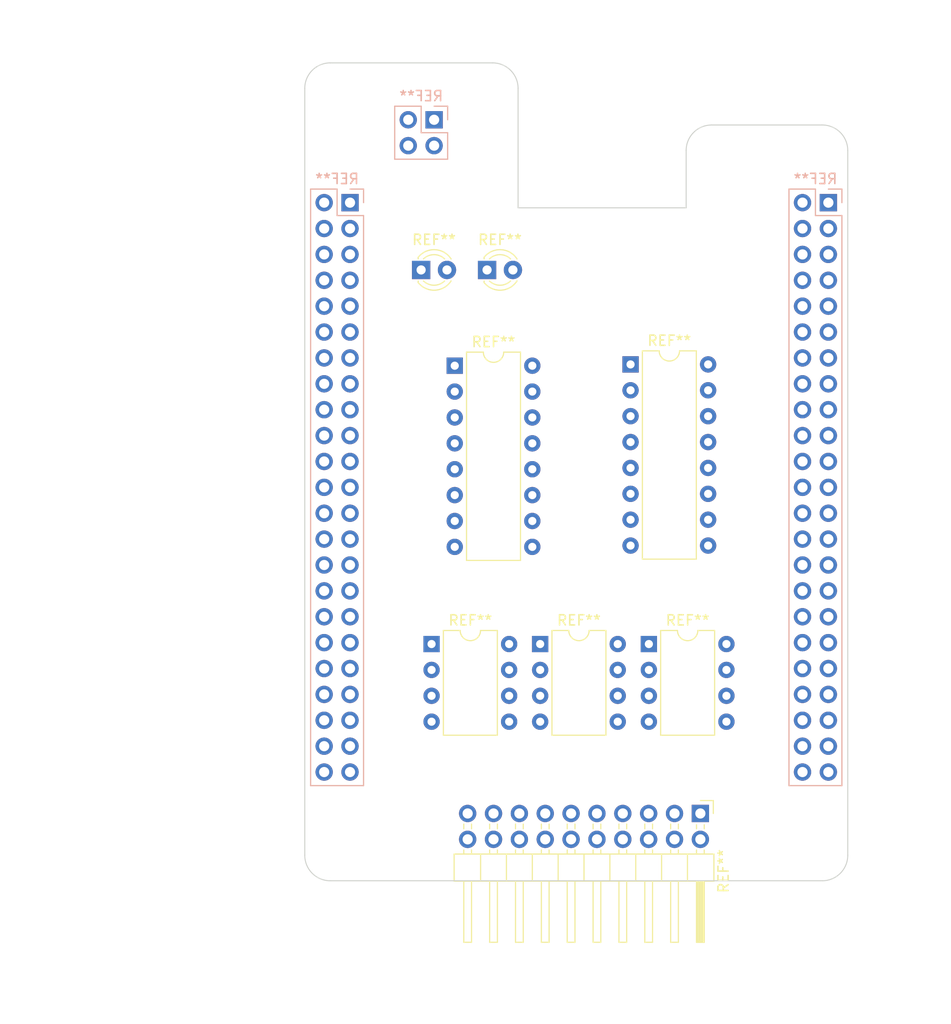
<source format=kicad_pcb>
(kicad_pcb (version 20221018) (generator pcbnew)
  (layers (0 "F.Cu" signal) (31 "B.Cu" signal) (34 "B.Paste" user) (35 "F.Paste" user) (36 "B.SilkS" user "B.Silkscreen") (37 "F.SilkS" user "F.Silkscreen") (38 "B.Mask" user) (39 "F.Mask" user) (44 "Edge.Cuts" user))
  (net 0 "")
  (footprint "Package_DIP:DIP-8_W7.62mm" (layer "F.Cu") (at 122.819 91.704)
    (fp_text reference "REF**" (at 3.81 -2.33) (layer "F.SilkS"))
    (fp_text value "DIP-8_W7.62mm")
    (fp_line (start 1.16 -1.33) (end 1.16 8.95) (stroke (width 0.12)) (layer "F.SilkS"))
    (fp_line (start 1.16 8.95) (end 6.46 8.95) (stroke (width 0.12)) (layer "F.SilkS"))
    (fp_line (start 2.81 -1.33) (end 1.16 -1.33) (stroke (width 0.12)) (layer "F.SilkS"))
    (fp_line (start 6.46 -1.33) (end 4.81 -1.33) (stroke (width 0.12)) (layer "F.SilkS"))
    (fp_line (start 6.46 8.95) (end 6.46 -1.33) (stroke (width 0.12)) (layer "F.SilkS"))
    (fp_arc (start 4.81 -1.33) (mid 3.81 -0.33) (end 2.81 -1.33) (stroke (width 0.12)) (layer "F.SilkS"))
    (pad "1" thru_hole rect (at 0 0) (size 1.6 1.6) (drill 0.8) (layers "*.Cu" "*.Mask"))
    (pad "2" thru_hole oval (at 0 2.54) (size 1.6 1.6) (drill 0.8) (layers "*.Cu" "*.Mask"))
    (pad "3" thru_hole oval (at 0 5.08) (size 1.6 1.6) (drill 0.8) (layers "*.Cu" "*.Mask"))
    (pad "4" thru_hole oval (at 0 7.62) (size 1.6 1.6) (drill 0.8) (layers "*.Cu" "*.Mask"))
    (pad "5" thru_hole oval (at 7.62 7.62) (size 1.6 1.6) (drill 0.8) (layers "*.Cu" "*.Mask"))
    (pad "6" thru_hole oval (at 7.62 5.08) (size 1.6 1.6) (drill 0.8) (layers "*.Cu" "*.Mask"))
    (pad "7" thru_hole oval (at 7.62 2.54) (size 1.6 1.6) (drill 0.8) (layers "*.Cu" "*.Mask"))
    (pad "8" thru_hole oval (at 7.62 0) (size 1.6 1.6) (drill 0.8) (layers "*.Cu" "*.Mask"))
  )
  (footprint "Package_DIP:DIP-8_W7.62mm" (layer "F.Cu") (at 112.151 91.704)
    (fp_text reference "REF**" (at 3.81 -2.33) (layer "F.SilkS"))
    (fp_text value "DIP-8_W7.62mm")
    (fp_line (start 1.16 -1.33) (end 1.16 8.95) (stroke (width 0.12)) (layer "F.SilkS"))
    (fp_line (start 1.16 8.95) (end 6.46 8.95) (stroke (width 0.12)) (layer "F.SilkS"))
    (fp_line (start 2.81 -1.33) (end 1.16 -1.33) (stroke (width 0.12)) (layer "F.SilkS"))
    (fp_line (start 6.46 -1.33) (end 4.81 -1.33) (stroke (width 0.12)) (layer "F.SilkS"))
    (fp_line (start 6.46 8.95) (end 6.46 -1.33) (stroke (width 0.12)) (layer "F.SilkS"))
    (fp_arc (start 4.81 -1.33) (mid 3.81 -0.33) (end 2.81 -1.33) (stroke (width 0.12)) (layer "F.SilkS"))
    (pad "1" thru_hole rect (at 0 0) (size 1.6 1.6) (drill 0.8) (layers "*.Cu" "*.Mask"))
    (pad "2" thru_hole oval (at 0 2.54) (size 1.6 1.6) (drill 0.8) (layers "*.Cu" "*.Mask"))
    (pad "3" thru_hole oval (at 0 5.08) (size 1.6 1.6) (drill 0.8) (layers "*.Cu" "*.Mask"))
    (pad "4" thru_hole oval (at 0 7.62) (size 1.6 1.6) (drill 0.8) (layers "*.Cu" "*.Mask"))
    (pad "5" thru_hole oval (at 7.62 7.62) (size 1.6 1.6) (drill 0.8) (layers "*.Cu" "*.Mask"))
    (pad "6" thru_hole oval (at 7.62 5.08) (size 1.6 1.6) (drill 0.8) (layers "*.Cu" "*.Mask"))
    (pad "7" thru_hole oval (at 7.62 2.54) (size 1.6 1.6) (drill 0.8) (layers "*.Cu" "*.Mask"))
    (pad "8" thru_hole oval (at 7.62 0) (size 1.6 1.6) (drill 0.8) (layers "*.Cu" "*.Mask"))
  )
  (footprint "Package_DIP:DIP-16_W7.62mm" (layer "F.Cu") (at 114.427 64.389)
    (fp_text reference "REF**" (at 3.81 -2.33) (layer "F.SilkS"))
    (fp_text value "DIP-16_W7.62mm")
    (fp_line (start 1.16 -1.33) (end 1.16 19.11) (stroke (width 0.12)) (layer "F.SilkS"))
    (fp_line (start 1.16 19.11) (end 6.46 19.11) (stroke (width 0.12)) (layer "F.SilkS"))
    (fp_line (start 2.81 -1.33) (end 1.16 -1.33) (stroke (width 0.12)) (layer "F.SilkS"))
    (fp_line (start 6.46 -1.33) (end 4.81 -1.33) (stroke (width 0.12)) (layer "F.SilkS"))
    (fp_line (start 6.46 19.11) (end 6.46 -1.33) (stroke (width 0.12)) (layer "F.SilkS"))
    (fp_arc (start 4.81 -1.33) (mid 3.81 -0.33) (end 2.81 -1.33) (stroke (width 0.12)) (layer "F.SilkS"))
    (pad "1" thru_hole rect (at 0 0) (size 1.6 1.6) (drill 0.8) (layers "*.Cu" "*.Mask"))
    (pad "2" thru_hole oval (at 0 2.54) (size 1.6 1.6) (drill 0.8) (layers "*.Cu" "*.Mask"))
    (pad "3" thru_hole oval (at 0 5.08) (size 1.6 1.6) (drill 0.8) (layers "*.Cu" "*.Mask"))
    (pad "4" thru_hole oval (at 0 7.62) (size 1.6 1.6) (drill 0.8) (layers "*.Cu" "*.Mask"))
    (pad "5" thru_hole oval (at 0 10.16) (size 1.6 1.6) (drill 0.8) (layers "*.Cu" "*.Mask"))
    (pad "6" thru_hole oval (at 0 12.7) (size 1.6 1.6) (drill 0.8) (layers "*.Cu" "*.Mask"))
    (pad "7" thru_hole oval (at 0 15.24) (size 1.6 1.6) (drill 0.8) (layers "*.Cu" "*.Mask"))
    (pad "8" thru_hole oval (at 0 17.78) (size 1.6 1.6) (drill 0.8) (layers "*.Cu" "*.Mask"))
    (pad "9" thru_hole oval (at 7.62 17.78) (size 1.6 1.6) (drill 0.8) (layers "*.Cu" "*.Mask"))
    (pad "10" thru_hole oval (at 7.62 15.24) (size 1.6 1.6) (drill 0.8) (layers "*.Cu" "*.Mask"))
    (pad "11" thru_hole oval (at 7.62 12.7) (size 1.6 1.6) (drill 0.8) (layers "*.Cu" "*.Mask"))
    (pad "12" thru_hole oval (at 7.62 10.16) (size 1.6 1.6) (drill 0.8) (layers "*.Cu" "*.Mask"))
    (pad "13" thru_hole oval (at 7.62 7.62) (size 1.6 1.6) (drill 0.8) (layers "*.Cu" "*.Mask"))
    (pad "14" thru_hole oval (at 7.62 5.08) (size 1.6 1.6) (drill 0.8) (layers "*.Cu" "*.Mask"))
    (pad "15" thru_hole oval (at 7.62 2.54) (size 1.6 1.6) (drill 0.8) (layers "*.Cu" "*.Mask"))
    (pad "16" thru_hole oval (at 7.62 0) (size 1.6 1.6) (drill 0.8) (layers "*.Cu" "*.Mask"))
  )
  (footprint "Connector_PinHeader_2.54mm:PinHeader_2x10_P2.54mm_Horizontal" (layer "F.Cu") (at 138.557 108.331 -90)
    (fp_text reference "REF**" (at 5.655 -2.27 90) (layer "F.SilkS"))
    (fp_text value "PinHeader_2x10_P2.54mm_Horizontal")
    (fp_line (start -1.27 -1.27) (end 0 -1.27) (stroke (width 0.12)) (layer "F.SilkS"))
    (fp_line (start -1.27 0) (end -1.27 -1.27) (stroke (width 0.12)) (layer "F.SilkS"))
    (fp_line (start 1.042929 2.16) (end 1.497071 2.16) (stroke (width 0.12)) (layer "F.SilkS"))
    (fp_line (start 1.042929 2.92) (end 1.497071 2.92) (stroke (width 0.12)) (layer "F.SilkS"))
    (fp_line (start 1.042929 4.7) (end 1.497071 4.7) (stroke (width 0.12)) (layer "F.SilkS"))
    (fp_line (start 1.042929 5.46) (end 1.497071 5.46) (stroke (width 0.12)) (layer "F.SilkS"))
    (fp_line (start 1.042929 7.24) (end 1.497071 7.24) (stroke (width 0.12)) (layer "F.SilkS"))
    (fp_line (start 1.042929 8) (end 1.497071 8) (stroke (width 0.12)) (layer "F.SilkS"))
    (fp_line (start 1.042929 9.78) (end 1.497071 9.78) (stroke (width 0.12)) (layer "F.SilkS"))
    (fp_line (start 1.042929 10.54) (end 1.497071 10.54) (stroke (width 0.12)) (layer "F.SilkS"))
    (fp_line (start 1.042929 12.32) (end 1.497071 12.32) (stroke (width 0.12)) (layer "F.SilkS"))
    (fp_line (start 1.042929 13.08) (end 1.497071 13.08) (stroke (width 0.12)) (layer "F.SilkS"))
    (fp_line (start 1.042929 14.86) (end 1.497071 14.86) (stroke (width 0.12)) (layer "F.SilkS"))
    (fp_line (start 1.042929 15.62) (end 1.497071 15.62) (stroke (width 0.12)) (layer "F.SilkS"))
    (fp_line (start 1.042929 17.4) (end 1.497071 17.4) (stroke (width 0.12)) (layer "F.SilkS"))
    (fp_line (start 1.042929 18.16) (end 1.497071 18.16) (stroke (width 0.12)) (layer "F.SilkS"))
    (fp_line (start 1.042929 19.94) (end 1.497071 19.94) (stroke (width 0.12)) (layer "F.SilkS"))
    (fp_line (start 1.042929 20.7) (end 1.497071 20.7) (stroke (width 0.12)) (layer "F.SilkS"))
    (fp_line (start 1.042929 22.48) (end 1.497071 22.48) (stroke (width 0.12)) (layer "F.SilkS"))
    (fp_line (start 1.042929 23.24) (end 1.497071 23.24) (stroke (width 0.12)) (layer "F.SilkS"))
    (fp_line (start 1.11 -0.38) (end 1.497071 -0.38) (stroke (width 0.12)) (layer "F.SilkS"))
    (fp_line (start 1.11 0.38) (end 1.497071 0.38) (stroke (width 0.12)) (layer "F.SilkS"))
    (fp_line (start 3.582929 -0.38) (end 3.98 -0.38) (stroke (width 0.12)) (layer "F.SilkS"))
    (fp_line (start 3.582929 0.38) (end 3.98 0.38) (stroke (width 0.12)) (layer "F.SilkS"))
    (fp_line (start 3.582929 2.16) (end 3.98 2.16) (stroke (width 0.12)) (layer "F.SilkS"))
    (fp_line (start 3.582929 2.92) (end 3.98 2.92) (stroke (width 0.12)) (layer "F.SilkS"))
    (fp_line (start 3.582929 4.7) (end 3.98 4.7) (stroke (width 0.12)) (layer "F.SilkS"))
    (fp_line (start 3.582929 5.46) (end 3.98 5.46) (stroke (width 0.12)) (layer "F.SilkS"))
    (fp_line (start 3.582929 7.24) (end 3.98 7.24) (stroke (width 0.12)) (layer "F.SilkS"))
    (fp_line (start 3.582929 8) (end 3.98 8) (stroke (width 0.12)) (layer "F.SilkS"))
    (fp_line (start 3.582929 9.78) (end 3.98 9.78) (stroke (width 0.12)) (layer "F.SilkS"))
    (fp_line (start 3.582929 10.54) (end 3.98 10.54) (stroke (width 0.12)) (layer "F.SilkS"))
    (fp_line (start 3.582929 12.32) (end 3.98 12.32) (stroke (width 0.12)) (layer "F.SilkS"))
    (fp_line (start 3.582929 13.08) (end 3.98 13.08) (stroke (width 0.12)) (layer "F.SilkS"))
    (fp_line (start 3.582929 14.86) (end 3.98 14.86) (stroke (width 0.12)) (layer "F.SilkS"))
    (fp_line (start 3.582929 15.62) (end 3.98 15.62) (stroke (width 0.12)) (layer "F.SilkS"))
    (fp_line (start 3.582929 17.4) (end 3.98 17.4) (stroke (width 0.12)) (layer "F.SilkS"))
    (fp_line (start 3.582929 18.16) (end 3.98 18.16) (stroke (width 0.12)) (layer "F.SilkS"))
    (fp_line (start 3.582929 19.94) (end 3.98 19.94) (stroke (width 0.12)) (layer "F.SilkS"))
    (fp_line (start 3.582929 20.7) (end 3.98 20.7) (stroke (width 0.12)) (layer "F.SilkS"))
    (fp_line (start 3.582929 22.48) (end 3.98 22.48) (stroke (width 0.12)) (layer "F.SilkS"))
    (fp_line (start 3.582929 23.24) (end 3.98 23.24) (stroke (width 0.12)) (layer "F.SilkS"))
    (fp_line (start 3.98 -1.33) (end 3.98 24.19) (stroke (width 0.12)) (layer "F.SilkS"))
    (fp_line (start 3.98 1.27) (end 6.64 1.27) (stroke (width 0.12)) (layer "F.SilkS"))
    (fp_line (start 3.98 3.81) (end 6.64 3.81) (stroke (width 0.12)) (layer "F.SilkS"))
    (fp_line (start 3.98 6.35) (end 6.64 6.35) (stroke (width 0.12)) (layer "F.SilkS"))
    (fp_line (start 3.98 8.89) (end 6.64 8.89) (stroke (width 0.12)) (layer "F.SilkS"))
    (fp_line (start 3.98 11.43) (end 6.64 11.43) (stroke (width 0.12)) (layer "F.SilkS"))
    (fp_line (start 3.98 13.97) (end 6.64 13.97) (stroke (width 0.12)) (layer "F.SilkS"))
    (fp_line (start 3.98 16.51) (end 6.64 16.51) (stroke (width 0.12)) (layer "F.SilkS"))
    (fp_line (start 3.98 19.05) (end 6.64 19.05) (stroke (width 0.12)) (layer "F.SilkS"))
    (fp_line (start 3.98 21.59) (end 6.64 21.59) (stroke (width 0.12)) (layer "F.SilkS"))
    (fp_line (start 3.98 24.19) (end 6.64 24.19) (stroke (width 0.12)) (layer "F.SilkS"))
    (fp_line (start 6.64 -1.33) (end 3.98 -1.33) (stroke (width 0.12)) (layer "F.SilkS"))
    (fp_line (start 6.64 -0.38) (end 12.64 -0.38) (stroke (width 0.12)) (layer "F.SilkS"))
    (fp_line (start 6.64 -0.32) (end 12.64 -0.32) (stroke (width 0.12)) (layer "F.SilkS"))
    (fp_line (start 6.64 -0.2) (end 12.64 -0.2) (stroke (width 0.12)) (layer "F.SilkS"))
    (fp_line (start 6.64 -0.08) (end 12.64 -0.08) (stroke (width 0.12)) (layer "F.SilkS"))
    (fp_line (start 6.64 0.04) (end 12.64 0.04) (stroke (width 0.12)) (layer "F.SilkS"))
    (fp_line (start 6.64 0.16) (end 12.64 0.16) (stroke (width 0.12)) (layer "F.SilkS"))
    (fp_line (start 6.64 0.28) (end 12.64 0.28) (stroke (width 0.12)) (layer "F.SilkS"))
    (fp_line (start 6.64 2.16) (end 12.64 2.16) (stroke (width 0.12)) (layer "F.SilkS"))
    (fp_line (start 6.64 4.7) (end 12.64 4.7) (stroke (width 0.12)) (layer "F.SilkS"))
    (fp_line (start 6.64 7.24) (end 12.64 7.24) (stroke (width 0.12)) (layer "F.SilkS"))
    (fp_line (start 6.64 9.78) (end 12.64 9.78) (stroke (width 0.12)) (layer "F.SilkS"))
    (fp_line (start 6.64 12.32) (end 12.64 12.32) (stroke (width 0.12)) (layer "F.SilkS"))
    (fp_line (start 6.64 14.86) (end 12.64 14.86) (stroke (width 0.12)) (layer "F.SilkS"))
    (fp_line (start 6.64 17.4) (end 12.64 17.4) (stroke (width 0.12)) (layer "F.SilkS"))
    (fp_line (start 6.64 19.94) (end 12.64 19.94) (stroke (width 0.12)) (layer "F.SilkS"))
    (fp_line (start 6.64 22.48) (end 12.64 22.48) (stroke (width 0.12)) (layer "F.SilkS"))
    (fp_line (start 6.64 24.19) (end 6.64 -1.33) (stroke (width 0.12)) (layer "F.SilkS"))
    (fp_line (start 12.64 -0.38) (end 12.64 0.38) (stroke (width 0.12)) (layer "F.SilkS"))
    (fp_line (start 12.64 0.38) (end 6.64 0.38) (stroke (width 0.12)) (layer "F.SilkS"))
    (fp_line (start 12.64 2.16) (end 12.64 2.92) (stroke (width 0.12)) (layer "F.SilkS"))
    (fp_line (start 12.64 2.92) (end 6.64 2.92) (stroke (width 0.12)) (layer "F.SilkS"))
    (fp_line (start 12.64 4.7) (end 12.64 5.46) (stroke (width 0.12)) (layer "F.SilkS"))
    (fp_line (start 12.64 5.46) (end 6.64 5.46) (stroke (width 0.12)) (layer "F.SilkS"))
    (fp_line (start 12.64 7.24) (end 12.64 8) (stroke (width 0.12)) (layer "F.SilkS"))
    (fp_line (start 12.64 8) (end 6.64 8) (stroke (width 0.12)) (layer "F.SilkS"))
    (fp_line (start 12.64 9.78) (end 12.64 10.54) (stroke (width 0.12)) (layer "F.SilkS"))
    (fp_line (start 12.64 10.54) (end 6.64 10.54) (stroke (width 0.12)) (layer "F.SilkS"))
    (fp_line (start 12.64 12.32) (end 12.64 13.08) (stroke (width 0.12)) (layer "F.SilkS"))
    (fp_line (start 12.64 13.08) (end 6.64 13.08) (stroke (width 0.12)) (layer "F.SilkS"))
    (fp_line (start 12.64 14.86) (end 12.64 15.62) (stroke (width 0.12)) (layer "F.SilkS"))
    (fp_line (start 12.64 15.62) (end 6.64 15.62) (stroke (width 0.12)) (layer "F.SilkS"))
    (fp_line (start 12.64 17.4) (end 12.64 18.16) (stroke (width 0.12)) (layer "F.SilkS"))
    (fp_line (start 12.64 18.16) (end 6.64 18.16) (stroke (width 0.12)) (layer "F.SilkS"))
    (fp_line (start 12.64 19.94) (end 12.64 20.7) (stroke (width 0.12)) (layer "F.SilkS"))
    (fp_line (start 12.64 20.7) (end 6.64 20.7) (stroke (width 0.12)) (layer "F.SilkS"))
    (fp_line (start 12.64 22.48) (end 12.64 23.24) (stroke (width 0.12)) (layer "F.SilkS"))
    (fp_line (start 12.64 23.24) (end 6.64 23.24) (stroke (width 0.12)) (layer "F.SilkS"))
    (pad "1" thru_hole rect (at 0 0 270) (size 1.7 1.7) (drill 1) (layers "*.Cu" "*.Mask"))
    (pad "2" thru_hole oval (at 2.54 0 270) (size 1.7 1.7) (drill 1) (layers "*.Cu" "*.Mask"))
    (pad "3" thru_hole oval (at 0 2.54 270) (size 1.7 1.7) (drill 1) (layers "*.Cu" "*.Mask"))
    (pad "4" thru_hole oval (at 2.54 2.54 270) (size 1.7 1.7) (drill 1) (layers "*.Cu" "*.Mask"))
    (pad "5" thru_hole oval (at 0 5.08 270) (size 1.7 1.7) (drill 1) (layers "*.Cu" "*.Mask"))
    (pad "6" thru_hole oval (at 2.54 5.08 270) (size 1.7 1.7) (drill 1) (layers "*.Cu" "*.Mask"))
    (pad "7" thru_hole oval (at 0 7.62 270) (size 1.7 1.7) (drill 1) (layers "*.Cu" "*.Mask"))
    (pad "8" thru_hole oval (at 2.54 7.62 270) (size 1.7 1.7) (drill 1) (layers "*.Cu" "*.Mask"))
    (pad "9" thru_hole oval (at 0 10.16 270) (size 1.7 1.7) (drill 1) (layers "*.Cu" "*.Mask"))
    (pad "10" thru_hole oval (at 2.54 10.16 270) (size 1.7 1.7) (drill 1) (layers "*.Cu" "*.Mask"))
    (pad "11" thru_hole oval (at 0 12.7 270) (size 1.7 1.7) (drill 1) (layers "*.Cu" "*.Mask"))
    (pad "12" thru_hole oval (at 2.54 12.7 270) (size 1.7 1.7) (drill 1) (layers "*.Cu" "*.Mask"))
    (pad "13" thru_hole oval (at 0 15.24 270) (size 1.7 1.7) (drill 1) (layers "*.Cu" "*.Mask"))
    (pad "14" thru_hole oval (at 2.54 15.24 270) (size 1.7 1.7) (drill 1) (layers "*.Cu" "*.Mask"))
    (pad "15" thru_hole oval (at 0 17.78 270) (size 1.7 1.7) (drill 1) (layers "*.Cu" "*.Mask"))
    (pad "16" thru_hole oval (at 2.54 17.78 270) (size 1.7 1.7) (drill 1) (layers "*.Cu" "*.Mask"))
    (pad "17" thru_hole oval (at 0 20.32 270) (size 1.7 1.7) (drill 1) (layers "*.Cu" "*.Mask"))
    (pad "18" thru_hole oval (at 2.54 20.32 270) (size 1.7 1.7) (drill 1) (layers "*.Cu" "*.Mask"))
    (pad "19" thru_hole oval (at 0 22.86 270) (size 1.7 1.7) (drill 1) (layers "*.Cu" "*.Mask"))
    (pad "20" thru_hole oval (at 2.54 22.86 270) (size 1.7 1.7) (drill 1) (layers "*.Cu" "*.Mask"))
  )
  (footprint "Package_DIP:DIP-8_W7.62mm" (layer "F.Cu") (at 133.497 91.704)
    (fp_text reference "REF**" (at 3.81 -2.33) (layer "F.SilkS"))
    (fp_text value "DIP-8_W7.62mm")
    (fp_line (start 1.16 -1.33) (end 1.16 8.95) (stroke (width 0.12)) (layer "F.SilkS"))
    (fp_line (start 1.16 8.95) (end 6.46 8.95) (stroke (width 0.12)) (layer "F.SilkS"))
    (fp_line (start 2.81 -1.33) (end 1.16 -1.33) (stroke (width 0.12)) (layer "F.SilkS"))
    (fp_line (start 6.46 -1.33) (end 4.81 -1.33) (stroke (width 0.12)) (layer "F.SilkS"))
    (fp_line (start 6.46 8.95) (end 6.46 -1.33) (stroke (width 0.12)) (layer "F.SilkS"))
    (fp_arc (start 4.81 -1.33) (mid 3.81 -0.33) (end 2.81 -1.33) (stroke (width 0.12)) (layer "F.SilkS"))
    (pad "1" thru_hole rect (at 0 0) (size 1.6 1.6) (drill 0.8) (layers "*.Cu" "*.Mask"))
    (pad "2" thru_hole oval (at 0 2.54) (size 1.6 1.6) (drill 0.8) (layers "*.Cu" "*.Mask"))
    (pad "3" thru_hole oval (at 0 5.08) (size 1.6 1.6) (drill 0.8) (layers "*.Cu" "*.Mask"))
    (pad "4" thru_hole oval (at 0 7.62) (size 1.6 1.6) (drill 0.8) (layers "*.Cu" "*.Mask"))
    (pad "5" thru_hole oval (at 7.62 7.62) (size 1.6 1.6) (drill 0.8) (layers "*.Cu" "*.Mask"))
    (pad "6" thru_hole oval (at 7.62 5.08) (size 1.6 1.6) (drill 0.8) (layers "*.Cu" "*.Mask"))
    (pad "7" thru_hole oval (at 7.62 2.54) (size 1.6 1.6) (drill 0.8) (layers "*.Cu" "*.Mask"))
    (pad "8" thru_hole oval (at 7.62 0) (size 1.6 1.6) (drill 0.8) (layers "*.Cu" "*.Mask"))
  )
  (footprint "LED_THT:LED_D3.0mm_Clear" (layer "F.Cu") (at 117.602 54.991)
    (fp_text reference "REF**" (at 1.27 -2.96) (layer "F.SilkS"))
    (fp_text value "LED_D3.0mm_Clear")
    (fp_line (start -0.29 -1.236) (end -0.29 -1.08) (stroke (width 0.12)) (layer "F.SilkS"))
    (fp_line (start -0.29 1.08) (end -0.29 1.236) (stroke (width 0.12)) (layer "F.SilkS"))
    (fp_arc (start -0.29 -1.235516) (mid 1.366487 -1.987659) (end 2.942335 -1.078608) (stroke (width 0.12)) (layer "F.SilkS"))
    (fp_arc (start 0.229039 -1.08) (mid 1.270117 -1.5) (end 2.31113 -1.079837) (stroke (width 0.12)) (layer "F.SilkS"))
    (fp_arc (start 2.31113 1.079837) (mid 1.270117 1.5) (end 0.229039 1.08) (stroke (width 0.12)) (layer "F.SilkS"))
    (fp_arc (start 2.942335 1.078608) (mid 1.366487 1.987659) (end -0.29 1.235516) (stroke (width 0.12)) (layer "F.SilkS"))
    (pad "1" thru_hole rect (at 0 0) (size 1.8 1.8) (drill 0.9) (layers "*.Cu" "*.Mask"))
    (pad "2" thru_hole circle (at 2.54 0) (size 1.8 1.8) (drill 0.9) (layers "*.Cu" "*.Mask"))
  )
  (footprint "LED_THT:LED_D3.0mm_Clear" (layer "F.Cu") (at 111.125 54.991)
    (fp_text reference "REF**" (at 1.27 -2.96) (layer "F.SilkS"))
    (fp_text value "LED_D3.0mm_Clear")
    (fp_line (start -0.29 -1.236) (end -0.29 -1.08) (stroke (width 0.12)) (layer "F.SilkS"))
    (fp_line (start -0.29 1.08) (end -0.29 1.236) (stroke (width 0.12)) (layer "F.SilkS"))
    (fp_arc (start -0.29 -1.235516) (mid 1.366487 -1.987659) (end 2.942335 -1.078608) (stroke (width 0.12)) (layer "F.SilkS"))
    (fp_arc (start 0.229039 -1.08) (mid 1.270117 -1.5) (end 2.31113 -1.079837) (stroke (width 0.12)) (layer "F.SilkS"))
    (fp_arc (start 2.31113 1.079837) (mid 1.270117 1.5) (end 0.229039 1.08) (stroke (width 0.12)) (layer "F.SilkS"))
    (fp_arc (start 2.942335 1.078608) (mid 1.366487 1.987659) (end -0.29 1.235516) (stroke (width 0.12)) (layer "F.SilkS"))
    (pad "1" thru_hole rect (at 0 0) (size 1.8 1.8) (drill 0.9) (layers "*.Cu" "*.Mask"))
    (pad "2" thru_hole circle (at 2.54 0) (size 1.8 1.8) (drill 0.9) (layers "*.Cu" "*.Mask"))
  )
  (footprint "Package_DIP:DIP-16_W7.62mm" (layer "F.Cu") (at 131.699 64.262)
    (fp_text reference "REF**" (at 3.81 -2.33) (layer "F.SilkS"))
    (fp_text value "DIP-16_W7.62mm")
    (fp_line (start 1.16 -1.33) (end 1.16 19.11) (stroke (width 0.12)) (layer "F.SilkS"))
    (fp_line (start 1.16 19.11) (end 6.46 19.11) (stroke (width 0.12)) (layer "F.SilkS"))
    (fp_line (start 2.81 -1.33) (end 1.16 -1.33) (stroke (width 0.12)) (layer "F.SilkS"))
    (fp_line (start 6.46 -1.33) (end 4.81 -1.33) (stroke (width 0.12)) (layer "F.SilkS"))
    (fp_line (start 6.46 19.11) (end 6.46 -1.33) (stroke (width 0.12)) (layer "F.SilkS"))
    (fp_arc (start 4.81 -1.33) (mid 3.81 -0.33) (end 2.81 -1.33) (stroke (width 0.12)) (layer "F.SilkS"))
    (pad "1" thru_hole rect (at 0 0) (size 1.6 1.6) (drill 0.8) (layers "*.Cu" "*.Mask"))
    (pad "2" thru_hole oval (at 0 2.54) (size 1.6 1.6) (drill 0.8) (layers "*.Cu" "*.Mask"))
    (pad "3" thru_hole oval (at 0 5.08) (size 1.6 1.6) (drill 0.8) (layers "*.Cu" "*.Mask"))
    (pad "4" thru_hole oval (at 0 7.62) (size 1.6 1.6) (drill 0.8) (layers "*.Cu" "*.Mask"))
    (pad "5" thru_hole oval (at 0 10.16) (size 1.6 1.6) (drill 0.8) (layers "*.Cu" "*.Mask"))
    (pad "6" thru_hole oval (at 0 12.7) (size 1.6 1.6) (drill 0.8) (layers "*.Cu" "*.Mask"))
    (pad "7" thru_hole oval (at 0 15.24) (size 1.6 1.6) (drill 0.8) (layers "*.Cu" "*.Mask"))
    (pad "8" thru_hole oval (at 0 17.78) (size 1.6 1.6) (drill 0.8) (layers "*.Cu" "*.Mask"))
    (pad "9" thru_hole oval (at 7.62 17.78) (size 1.6 1.6) (drill 0.8) (layers "*.Cu" "*.Mask"))
    (pad "10" thru_hole oval (at 7.62 15.24) (size 1.6 1.6) (drill 0.8) (layers "*.Cu" "*.Mask"))
    (pad "11" thru_hole oval (at 7.62 12.7) (size 1.6 1.6) (drill 0.8) (layers "*.Cu" "*.Mask"))
    (pad "12" thru_hole oval (at 7.62 10.16) (size 1.6 1.6) (drill 0.8) (layers "*.Cu" "*.Mask"))
    (pad "13" thru_hole oval (at 7.62 7.62) (size 1.6 1.6) (drill 0.8) (layers "*.Cu" "*.Mask"))
    (pad "14" thru_hole oval (at 7.62 5.08) (size 1.6 1.6) (drill 0.8) (layers "*.Cu" "*.Mask"))
    (pad "15" thru_hole oval (at 7.62 2.54) (size 1.6 1.6) (drill 0.8) (layers "*.Cu" "*.Mask"))
    (pad "16" thru_hole oval (at 7.62 0) (size 1.6 1.6) (drill 0.8) (layers "*.Cu" "*.Mask"))
  )
  (footprint "Connector_PinHeader_2.54mm:PinHeader_2x02_P2.54mm_Vertical" (layer "B.Cu") (at 112.4 40.254 180)
    (fp_text reference "REF**" (at 1.27 2.33) (layer "B.SilkS") (effects (justify mirror)))
    (fp_text value "PinHeader_2x02_P2.54mm_Vertical")
    (fp_line (start -1.33 -3.87) (end 3.87 -3.87) (stroke (width 0.12)) (layer "B.SilkS"))
    (fp_line (start -1.33 -1.27) (end -1.33 -3.87) (stroke (width 0.12)) (layer "B.SilkS"))
    (fp_line (start -1.33 -1.27) (end 1.27 -1.27) (stroke (width 0.12)) (layer "B.SilkS"))
    (fp_line (start -1.33 0) (end -1.33 1.33) (stroke (width 0.12)) (layer "B.SilkS"))
    (fp_line (start -1.33 1.33) (end 0 1.33) (stroke (width 0.12)) (layer "B.SilkS"))
    (fp_line (start 1.27 -1.27) (end 1.27 1.33) (stroke (width 0.12)) (layer "B.SilkS"))
    (fp_line (start 1.27 1.33) (end 3.87 1.33) (stroke (width 0.12)) (layer "B.SilkS"))
    (fp_line (start 3.87 1.33) (end 3.87 -3.87) (stroke (width 0.12)) (layer "B.SilkS"))
    (pad "1" thru_hole rect (at 0 0 180) (size 1.7 1.7) (drill 1) (layers "*.Cu" "*.Mask"))
    (pad "2" thru_hole oval (at 2.54 0 180) (size 1.7 1.7) (drill 1) (layers "*.Cu" "*.Mask"))
    (pad "3" thru_hole oval (at 0 -2.54 180) (size 1.7 1.7) (drill 1) (layers "*.Cu" "*.Mask"))
    (pad "4" thru_hole oval (at 2.54 -2.54 180) (size 1.7 1.7) (drill 1) (layers "*.Cu" "*.Mask"))
  )
  (footprint "Connector_PinHeader_2.54mm:PinHeader_2x23_P2.54mm_Vertical" (layer "B.Cu") (at 104.14 48.387 180)
    (fp_text reference "REF**" (at 1.27 2.33) (layer "B.SilkS") (effects (justify mirror)))
    (fp_text value "PinHeader_2x23_P2.54mm_Vertical")
    (fp_line (start -1.33 -57.21) (end 3.87 -57.21) (stroke (width 0.12)) (layer "B.SilkS"))
    (fp_line (start -1.33 -1.27) (end -1.33 -57.21) (stroke (width 0.12)) (layer "B.SilkS"))
    (fp_line (start -1.33 -1.27) (end 1.27 -1.27) (stroke (width 0.12)) (layer "B.SilkS"))
    (fp_line (start -1.33 0) (end -1.33 1.33) (stroke (width 0.12)) (layer "B.SilkS"))
    (fp_line (start -1.33 1.33) (end 0 1.33) (stroke (width 0.12)) (layer "B.SilkS"))
    (fp_line (start 1.27 -1.27) (end 1.27 1.33) (stroke (width 0.12)) (layer "B.SilkS"))
    (fp_line (start 1.27 1.33) (end 3.87 1.33) (stroke (width 0.12)) (layer "B.SilkS"))
    (fp_line (start 3.87 1.33) (end 3.87 -57.21) (stroke (width 0.12)) (layer "B.SilkS"))
    (pad "1" thru_hole rect (at 0 0 180) (size 1.7 1.7) (drill 1) (layers "*.Cu" "*.Mask"))
    (pad "2" thru_hole oval (at 2.54 0 180) (size 1.7 1.7) (drill 1) (layers "*.Cu" "*.Mask"))
    (pad "3" thru_hole oval (at 0 -2.54 180) (size 1.7 1.7) (drill 1) (layers "*.Cu" "*.Mask"))
    (pad "4" thru_hole oval (at 2.54 -2.54 180) (size 1.7 1.7) (drill 1) (layers "*.Cu" "*.Mask"))
    (pad "5" thru_hole oval (at 0 -5.08 180) (size 1.7 1.7) (drill 1) (layers "*.Cu" "*.Mask"))
    (pad "6" thru_hole oval (at 2.54 -5.08 180) (size 1.7 1.7) (drill 1) (layers "*.Cu" "*.Mask"))
    (pad "7" thru_hole oval (at 0 -7.62 180) (size 1.7 1.7) (drill 1) (layers "*.Cu" "*.Mask"))
    (pad "8" thru_hole oval (at 2.54 -7.62 180) (size 1.7 1.7) (drill 1) (layers "*.Cu" "*.Mask"))
    (pad "9" thru_hole oval (at 0 -10.16 180) (size 1.7 1.7) (drill 1) (layers "*.Cu" "*.Mask"))
    (pad "10" thru_hole oval (at 2.54 -10.16 180) (size 1.7 1.7) (drill 1) (layers "*.Cu" "*.Mask"))
    (pad "11" thru_hole oval (at 0 -12.7 180) (size 1.7 1.7) (drill 1) (layers "*.Cu" "*.Mask"))
    (pad "12" thru_hole oval (at 2.54 -12.7 180) (size 1.7 1.7) (drill 1) (layers "*.Cu" "*.Mask"))
    (pad "13" thru_hole oval (at 0 -15.24 180) (size 1.7 1.7) (drill 1) (layers "*.Cu" "*.Mask"))
    (pad "14" thru_hole oval (at 2.54 -15.24 180) (size 1.7 1.7) (drill 1) (layers "*.Cu" "*.Mask"))
    (pad "15" thru_hole oval (at 0 -17.78 180) (size 1.7 1.7) (drill 1) (layers "*.Cu" "*.Mask"))
    (pad "16" thru_hole oval (at 2.54 -17.78 180) (size 1.7 1.7) (drill 1) (layers "*.Cu" "*.Mask"))
    (pad "17" thru_hole oval (at 0 -20.32 180) (size 1.7 1.7) (drill 1) (layers "*.Cu" "*.Mask"))
    (pad "18" thru_hole oval (at 2.54 -20.32 180) (size 1.7 1.7) (drill 1) (layers "*.Cu" "*.Mask"))
    (pad "19" thru_hole oval (at 0 -22.86 180) (size 1.7 1.7) (drill 1) (layers "*.Cu" "*.Mask"))
    (pad "20" thru_hole oval (at 2.54 -22.86 180) (size 1.7 1.7) (drill 1) (layers "*.Cu" "*.Mask"))
    (pad "21" thru_hole oval (at 0 -25.4 180) (size 1.7 1.7) (drill 1) (layers "*.Cu" "*.Mask"))
    (pad "22" thru_hole oval (at 2.54 -25.4 180) (size 1.7 1.7) (drill 1) (layers "*.Cu" "*.Mask"))
    (pad "23" thru_hole oval (at 0 -27.94 180) (size 1.7 1.7) (drill 1) (layers "*.Cu" "*.Mask"))
    (pad "24" thru_hole oval (at 2.54 -27.94 180) (size 1.7 1.7) (drill 1) (layers "*.Cu" "*.Mask"))
    (pad "25" thru_hole oval (at 0 -30.48 180) (size 1.7 1.7) (drill 1) (layers "*.Cu" "*.Mask"))
    (pad "26" thru_hole oval (at 2.54 -30.48 180) (size 1.7 1.7) (drill 1) (layers "*.Cu" "*.Mask"))
    (pad "27" thru_hole oval (at 0 -33.02 180) (size 1.7 1.7) (drill 1) (layers "*.Cu" "*.Mask"))
    (pad "28" thru_hole oval (at 2.54 -33.02 180) (size 1.7 1.7) (drill 1) (layers "*.Cu" "*.Mask"))
    (pad "29" thru_hole oval (at 0 -35.56 180) (size 1.7 1.7) (drill 1) (layers "*.Cu" "*.Mask"))
    (pad "30" thru_hole oval (at 2.54 -35.56 180) (size 1.7 1.7) (drill 1) (layers "*.Cu" "*.Mask"))
    (pad "31" thru_hole oval (at 0 -38.1 180) (size 1.7 1.7) (drill 1) (layers "*.Cu" "*.Mask"))
    (pad "32" thru_hole oval (at 2.54 -38.1 180) (size 1.7 1.7) (drill 1) (layers "*.Cu" "*.Mask"))
    (pad "33" thru_hole oval (at 0 -40.64 180) (size 1.7 1.7) (drill 1) (layers "*.Cu" "*.Mask"))
    (pad "34" thru_hole oval (at 2.54 -40.64 180) (size 1.7 1.7) (drill 1) (layers "*.Cu" "*.Mask"))
    (pad "35" thru_hole oval (at 0 -43.18 180) (size 1.7 1.7) (drill 1) (layers "*.Cu" "*.Mask"))
    (pad "36" thru_hole oval (at 2.54 -43.18 180) (size 1.7 1.7) (drill 1) (layers "*.Cu" "*.Mask"))
    (pad "37" thru_hole oval (at 0 -45.72 180) (size 1.7 1.7) (drill 1) (layers "*.Cu" "*.Mask"))
    (pad "38" thru_hole oval (at 2.54 -45.72 180) (size 1.7 1.7) (drill 1) (layers "*.Cu" "*.Mask"))
    (pad "39" thru_hole oval (at 0 -48.26 180) (size 1.7 1.7) (drill 1) (layers "*.Cu" "*.Mask"))
    (pad "40" thru_hole oval (at 2.54 -48.26 180) (size 1.7 1.7) (drill 1) (layers "*.Cu" "*.Mask"))
    (pad "41" thru_hole oval (at 0 -50.8 180) (size 1.7 1.7) (drill 1) (layers "*.Cu" "*.Mask"))
    (pad "42" thru_hole oval (at 2.54 -50.8 180) (size 1.7 1.7) (drill 1) (layers "*.Cu" "*.Mask"))
    (pad "43" thru_hole oval (at 0 -53.34 180) (size 1.7 1.7) (drill 1) (layers "*.Cu" "*.Mask"))
    (pad "44" thru_hole oval (at 2.54 -53.34 180) (size 1.7 1.7) (drill 1) (layers "*.Cu" "*.Mask"))
    (pad "45" thru_hole oval (at 0 -55.88 180) (size 1.7 1.7) (drill 1) (layers "*.Cu" "*.Mask"))
    (pad "46" thru_hole oval (at 2.54 -55.88 180) (size 1.7 1.7) (drill 1) (layers "*.Cu" "*.Mask"))
  )
  (footprint "Connector_PinHeader_2.54mm:PinHeader_2x23_P2.54mm_Vertical" (layer "B.Cu") (at 151.13 48.387 180)
    (fp_text reference "REF**" (at 1.27 2.33) (layer "B.SilkS") (effects (justify mirror)))
    (fp_text value "PinHeader_2x23_P2.54mm_Vertical")
    (fp_line (start -1.33 -57.21) (end 3.87 -57.21) (stroke (width 0.12)) (layer "B.SilkS"))
    (fp_line (start -1.33 -1.27) (end -1.33 -57.21) (stroke (width 0.12)) (layer "B.SilkS"))
    (fp_line (start -1.33 -1.27) (end 1.27 -1.27) (stroke (width 0.12)) (layer "B.SilkS"))
    (fp_line (start -1.33 0) (end -1.33 1.33) (stroke (width 0.12)) (layer "B.SilkS"))
    (fp_line (start -1.33 1.33) (end 0 1.33) (stroke (width 0.12)) (layer "B.SilkS"))
    (fp_line (start 1.27 -1.27) (end 1.27 1.33) (stroke (width 0.12)) (layer "B.SilkS"))
    (fp_line (start 1.27 1.33) (end 3.87 1.33) (stroke (width 0.12)) (layer "B.SilkS"))
    (fp_line (start 3.87 1.33) (end 3.87 -57.21) (stroke (width 0.12)) (layer "B.SilkS"))
    (pad "1" thru_hole rect (at 0 0 180) (size 1.7 1.7) (drill 1) (layers "*.Cu" "*.Mask"))
    (pad "2" thru_hole oval (at 2.54 0 180) (size 1.7 1.7) (drill 1) (layers "*.Cu" "*.Mask"))
    (pad "3" thru_hole oval (at 0 -2.54 180) (size 1.7 1.7) (drill 1) (layers "*.Cu" "*.Mask"))
    (pad "4" thru_hole oval (at 2.54 -2.54 180) (size 1.7 1.7) (drill 1) (layers "*.Cu" "*.Mask"))
    (pad "5" thru_hole oval (at 0 -5.08 180) (size 1.7 1.7) (drill 1) (layers "*.Cu" "*.Mask"))
    (pad "6" thru_hole oval (at 2.54 -5.08 180) (size 1.7 1.7) (drill 1) (layers "*.Cu" "*.Mask"))
    (pad "7" thru_hole oval (at 0 -7.62 180) (size 1.7 1.7) (drill 1) (layers "*.Cu" "*.Mask"))
    (pad "8" thru_hole oval (at 2.54 -7.62 180) (size 1.7 1.7) (drill 1) (layers "*.Cu" "*.Mask"))
    (pad "9" thru_hole oval (at 0 -10.16 180) (size 1.7 1.7) (drill 1) (layers "*.Cu" "*.Mask"))
    (pad "10" thru_hole oval (at 2.54 -10.16 180) (size 1.7 1.7) (drill 1) (layers "*.Cu" "*.Mask"))
    (pad "11" thru_hole oval (at 0 -12.7 180) (size 1.7 1.7) (drill 1) (layers "*.Cu" "*.Mask"))
    (pad "12" thru_hole oval (at 2.54 -12.7 180) (size 1.7 1.7) (drill 1) (layers "*.Cu" "*.Mask"))
    (pad "13" thru_hole oval (at 0 -15.24 180) (size 1.7 1.7) (drill 1) (layers "*.Cu" "*.Mask"))
    (pad "14" thru_hole oval (at 2.54 -15.24 180) (size 1.7 1.7) (drill 1) (layers "*.Cu" "*.Mask"))
    (pad "15" thru_hole oval (at 0 -17.78 180) (size 1.7 1.7) (drill 1) (layers "*.Cu" "*.Mask"))
    (pad "16" thru_hole oval (at 2.54 -17.78 180) (size 1.7 1.7) (drill 1) (layers "*.Cu" "*.Mask"))
    (pad "17" thru_hole oval (at 0 -20.32 180) (size 1.7 1.7) (drill 1) (layers "*.Cu" "*.Mask"))
    (pad "18" thru_hole oval (at 2.54 -20.32 180) (size 1.7 1.7) (drill 1) (layers "*.Cu" "*.Mask"))
    (pad "19" thru_hole oval (at 0 -22.86 180) (size 1.7 1.7) (drill 1) (layers "*.Cu" "*.Mask"))
    (pad "20" thru_hole oval (at 2.54 -22.86 180) (size 1.7 1.7) (drill 1) (layers "*.Cu" "*.Mask"))
    (pad "21" thru_hole oval (at 0 -25.4 180) (size 1.7 1.7) (drill 1) (layers "*.Cu" "*.Mask"))
    (pad "22" thru_hole oval (at 2.54 -25.4 180) (size 1.7 1.7) (drill 1) (layers "*.Cu" "*.Mask"))
    (pad "23" thru_hole oval (at 0 -27.94 180) (size 1.7 1.7) (drill 1) (layers "*.Cu" "*.Mask"))
    (pad "24" thru_hole oval (at 2.54 -27.94 180) (size 1.7 1.7) (drill 1) (layers "*.Cu" "*.Mask"))
    (pad "25" thru_hole oval (at 0 -30.48 180) (size 1.7 1.7) (drill 1) (layers "*.Cu" "*.Mask"))
    (pad "26" thru_hole oval (at 2.54 -30.48 180) (size 1.7 1.7) (drill 1) (layers "*.Cu" "*.Mask"))
    (pad "27" thru_hole oval (at 0 -33.02 180) (size 1.7 1.7) (drill 1) (layers "*.Cu" "*.Mask"))
    (pad "28" thru_hole oval (at 2.54 -33.02 180) (size 1.7 1.7) (drill 1) (layers "*.Cu" "*.Mask"))
    (pad "29" thru_hole oval (at 0 -35.56 180) (size 1.7 1.7) (drill 1) (layers "*.Cu" "*.Mask"))
    (pad "30" thru_hole oval (at 2.54 -35.56 180) (size 1.7 1.7) (drill 1) (layers "*.Cu" "*.Mask"))
    (pad "31" thru_hole oval (at 0 -38.1 180) (size 1.7 1.7) (drill 1) (layers "*.Cu" "*.Mask"))
    (pad "32" thru_hole oval (at 2.54 -38.1 180) (size 1.7 1.7) (drill 1) (layers "*.Cu" "*.Mask"))
    (pad "33" thru_hole oval (at 0 -40.64 180) (size 1.7 1.7) (drill 1) (layers "*.Cu" "*.Mask"))
    (pad "34" thru_hole oval (at 2.54 -40.64 180) (size 1.7 1.7) (drill 1) (layers "*.Cu" "*.Mask"))
    (pad "35" thru_hole oval (at 0 -43.18 180) (size 1.7 1.7) (drill 1) (layers "*.Cu" "*.Mask"))
    (pad "36" thru_hole oval (at 2.54 -43.18 180) (size 1.7 1.7) (drill 1) (layers "*.Cu" "*.Mask"))
    (pad "37" thru_hole oval (at 0 -45.72 180) (size 1.7 1.7) (drill 1) (layers "*.Cu" "*.Mask"))
    (pad "38" thru_hole oval (at 2.54 -45.72 180) (size 1.7 1.7) (drill 1) (layers "*.Cu" "*.Mask"))
    (pad "39" thru_hole oval (at 0 -48.26 180) (size 1.7 1.7) (drill 1) (layers "*.Cu" "*.Mask"))
    (pad "40" thru_hole oval (at 2.54 -48.26 180) (size 1.7 1.7) (drill 1) (layers "*.Cu" "*.Mask"))
    (pad "41" thru_hole oval (at 0 -50.8 180) (size 1.7 1.7) (drill 1) (layers "*.Cu" "*.Mask"))
    (pad "42" thru_hole oval (at 2.54 -50.8 180) (size 1.7 1.7) (drill 1) (layers "*.Cu" "*.Mask"))
    (pad "43" thru_hole oval (at 0 -53.34 180) (size 1.7 1.7) (drill 1) (layers "*.Cu" "*.Mask"))
    (pad "44" thru_hole oval (at 2.54 -53.34 180) (size 1.7 1.7) (drill 1) (layers "*.Cu" "*.Mask"))
    (pad "45" thru_hole oval (at 0 -55.88 180) (size 1.7 1.7) (drill 1) (layers "*.Cu" "*.Mask"))
    (pad "46" thru_hole oval (at 2.54 -55.88 180) (size 1.7 1.7) (drill 1) (layers "*.Cu" "*.Mask"))
  )
  (gr_line (start 99.695 112.435) (end 99.695 37.171) (stroke (width 0.1)) (layer "Edge.Cuts"))
  (gr_line (start 120.65 48.895) (end 137.16 48.895) (stroke (width 0.1)) (layer "Edge.Cuts"))
  (gr_line (start 137.16 48.895) (end 137.16 43.267) (stroke (width 0.1)) (layer "Edge.Cuts"))
  (gr_line (start 120.65 48.895) (end 120.65 37.171) (stroke (width 0.1)) (layer "Edge.Cuts"))
  (gr_arc (start 150.535 40.767) (mid 152.302767 41.499233) (end 153.035 43.267) (stroke (width 0.1)) (layer "Edge.Cuts"))
  (gr_arc (start 153.035 112.435) (mid 152.302767 114.202767) (end 150.535 114.935) (stroke (width 0.1)) (layer "Edge.Cuts"))
  (gr_line (start 153.035 43.267) (end 153.035 112.435) (stroke (width 0.1)) (layer "Edge.Cuts"))
  (gr_arc (start 99.695 37.171) (mid 100.427233 35.403233) (end 102.195 34.671) (stroke (width 0.1)) (layer "Edge.Cuts"))
  (gr_line (start 150.535 114.935) (end 102.195 114.935) (stroke (width 0.1)) (layer "Edge.Cuts"))
  (gr_line (start 102.195 34.671) (end 118.15 34.671) (stroke (width 0.1)) (layer "Edge.Cuts"))
  (gr_line (start 150.535 40.767) (end 139.66 40.767) (stroke (width 0.1)) (layer "Edge.Cuts"))
  (gr_arc (start 102.195 114.935) (mid 100.427233 114.202767) (end 99.695 112.435) (stroke (width 0.1)) (layer "Edge.Cuts"))
  (gr_arc (start 118.15 34.671) (mid 119.917767 35.403233) (end 120.65 37.171) (stroke (width 0.1)) (layer "Edge.Cuts"))
  (gr_arc (start 137.16 43.267) (mid 137.892233 41.499233) (end 139.66 40.767) (stroke (width 0.1)) (layer "Edge.Cuts"))
)
</source>
